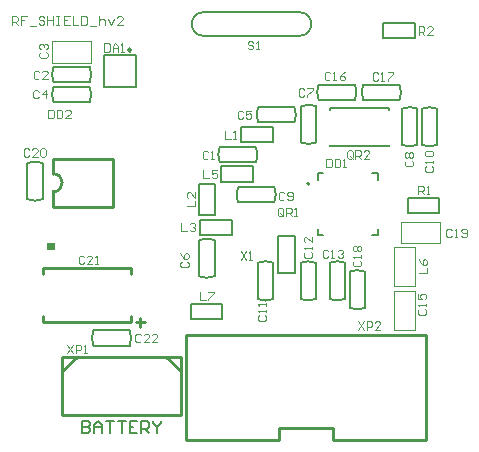
<source format=gto>
G04 Layer_Color=65535*
%FSLAX24Y24*%
%MOIN*%
G70*
G01*
G75*
%ADD10C,0.0079*%
%ADD32C,0.0098*%
%ADD52C,0.0070*%
%ADD53C,0.0100*%
%ADD54C,0.0039*%
G36*
X27752Y34211D02*
X27502D01*
Y34461D01*
X27752D01*
Y34211D01*
D02*
G37*
D10*
X36240Y36427D02*
G03*
X36240Y36427I-39J0D01*
G01*
X35906Y41358D02*
G03*
X35906Y42146I0J394D01*
G01*
X32717D02*
G03*
X32717Y41358I0J-394D01*
G01*
X29409Y39646D02*
X30472D01*
X29409D02*
Y40709D01*
X30472Y39646D02*
Y40709D01*
X29409D02*
X30472D01*
X36929Y38898D02*
Y38937D01*
X38898D01*
Y38898D02*
Y38937D01*
X36929Y37677D02*
Y37717D01*
Y37677D02*
X38898D01*
Y37717D01*
X38317Y36772D02*
X38514D01*
Y36545D02*
Y36772D01*
Y34715D02*
Y34931D01*
X38317Y34715D02*
X38514D01*
X36526Y36772D02*
X36703D01*
X36516D02*
X36526D01*
X36516Y36545D02*
Y36772D01*
Y34715D02*
Y34931D01*
Y34715D02*
X36703D01*
X35207Y34685D02*
X35758D01*
X35207Y33465D02*
X35758D01*
X35207D02*
Y34685D01*
X35758Y33465D02*
Y34685D01*
X32717Y41358D02*
X35906D01*
X32717Y42146D02*
X35906D01*
X28671Y28523D02*
Y28130D01*
X28868D01*
X28934Y28196D01*
Y28261D01*
X28868Y28327D01*
X28671D01*
X28868D01*
X28934Y28392D01*
Y28458D01*
X28868Y28523D01*
X28671D01*
X29065Y28130D02*
Y28392D01*
X29196Y28523D01*
X29327Y28392D01*
Y28130D01*
Y28327D01*
X29065D01*
X29458Y28523D02*
X29721D01*
X29590D01*
Y28130D01*
X29852Y28523D02*
X30114D01*
X29983D01*
Y28130D01*
X30508Y28523D02*
X30246D01*
Y28130D01*
X30508D01*
X30246Y28327D02*
X30377D01*
X30639Y28130D02*
Y28523D01*
X30836D01*
X30902Y28458D01*
Y28327D01*
X30836Y28261D01*
X30639D01*
X30770D02*
X30902Y28130D01*
X31033Y28523D02*
Y28458D01*
X31164Y28327D01*
X31295Y28458D01*
Y28523D01*
X31164Y28327D02*
Y28130D01*
D32*
X30305Y40886D02*
G03*
X30305Y40886I-49J0D01*
G01*
D52*
X38038Y39733D02*
G03*
X38038Y39223I609J-255D01*
G01*
X39245D02*
G03*
X39245Y39733I-608J256D01*
G01*
X27352Y37119D02*
G03*
X26842Y37119I-256J-608D01*
G01*
Y35912D02*
G03*
X27352Y35912I255J609D01*
G01*
X29043Y31545D02*
G03*
X29042Y31035I608J-256D01*
G01*
X30250D02*
G03*
X30249Y31545I-609J255D01*
G01*
X27713Y39654D02*
G03*
X27713Y39144I609J-255D01*
G01*
X28920D02*
G03*
X28920Y39654I-608J256D01*
G01*
X27713Y40324D02*
G03*
X27713Y39813I609J-255D01*
G01*
X28920D02*
G03*
X28920Y40324I-608J256D01*
G01*
X39991Y37723D02*
G03*
X40502Y37723I255J609D01*
G01*
Y38930D02*
G03*
X39991Y38930I-256J-608D01*
G01*
X39841Y38931D02*
G03*
X39331Y38931I-255J-609D01*
G01*
Y37724D02*
G03*
X39841Y37723I256J608D01*
G01*
X36475Y39010D02*
G03*
X35965Y39009I-255J-609D01*
G01*
Y37802D02*
G03*
X36475Y37802I256J608D01*
G01*
X37430Y33793D02*
G03*
X36919Y33793I-255J-609D01*
G01*
Y32586D02*
G03*
X37430Y32585I256J608D01*
G01*
X37580Y32289D02*
G03*
X38090Y32290I255J609D01*
G01*
Y33497D02*
G03*
X37580Y33497I-256J-608D01*
G01*
X34519Y32585D02*
G03*
X35029Y32585I255J609D01*
G01*
Y33792D02*
G03*
X34519Y33793I-256J-608D01*
G01*
X35946Y32585D02*
G03*
X36457Y32585I255J609D01*
G01*
Y33792D02*
G03*
X35946Y33793I-256J-608D01*
G01*
X34462Y37137D02*
G03*
X34462Y37647I-609J255D01*
G01*
X33255D02*
G03*
X33255Y37137I608J-256D01*
G01*
X34534Y38985D02*
G03*
X34534Y38475I609J-255D01*
G01*
X35741D02*
G03*
X35741Y38985I-608J256D01*
G01*
X35073Y35808D02*
G03*
X35072Y36319I-609J255D01*
G01*
X33865D02*
G03*
X33865Y35808I608J-256D01*
G01*
X32570Y33343D02*
G03*
X33081Y33343I255J609D01*
G01*
Y34550D02*
G03*
X32570Y34550I-256J-608D01*
G01*
X37760Y39224D02*
G03*
X37759Y39734I-609J255D01*
G01*
X36552D02*
G03*
X36552Y39224I608J-256D01*
G01*
X38041Y39222D02*
X39242D01*
X38041Y39733D02*
X39241D01*
X26841Y35915D02*
Y37115D01*
X27352Y35915D02*
Y37116D01*
X32283Y31919D02*
Y32431D01*
X33327Y31919D02*
Y32431D01*
X32283Y31919D02*
X33327D01*
X32283Y32431D02*
X33327D01*
X29046Y31034D02*
X30246D01*
X29045Y31545D02*
X30246D01*
X27717Y39144D02*
X28917D01*
X27717Y39655D02*
X28917D01*
X27717Y39813D02*
X28917D01*
X27717Y40324D02*
X28917D01*
X40502Y37726D02*
Y38927D01*
X39991Y37726D02*
Y38926D01*
X39331Y37726D02*
Y38927D01*
X39842Y37727D02*
Y38927D01*
X35965Y37805D02*
Y39006D01*
X36475Y37806D02*
Y39006D01*
X39518Y35453D02*
X40561D01*
X39518Y35965D02*
X40561D01*
X39518Y35453D02*
Y35965D01*
X40561Y35453D02*
Y35965D01*
X36919Y32589D02*
Y33789D01*
X37430Y32589D02*
Y33789D01*
X38091Y32293D02*
Y33494D01*
X37580Y32293D02*
Y33493D01*
X35030Y32589D02*
Y33789D01*
X34519Y32589D02*
Y33789D01*
X36457Y32589D02*
Y33789D01*
X35946Y32589D02*
Y33789D01*
X35020Y37805D02*
Y38317D01*
X33976Y37805D02*
Y38317D01*
X35020D01*
X33976Y37805D02*
X35020D01*
X33258Y37648D02*
X34459D01*
X33259Y37137D02*
X34459D01*
X34537Y38474D02*
X35738D01*
X34537Y38985D02*
X35737D01*
X33868Y36319D02*
X35069D01*
X33869Y35808D02*
X35069D01*
X34350Y36496D02*
Y37008D01*
X33307Y36496D02*
Y37008D01*
X34350D01*
X33307Y36496D02*
X34350D01*
X32569Y36417D02*
X33081D01*
X32569Y35374D02*
X33081D01*
X32569D02*
Y36417D01*
X33081Y35374D02*
Y36417D01*
Y33346D02*
Y34547D01*
X32570Y33347D02*
Y34546D01*
X32608Y34705D02*
Y35217D01*
X33652Y34705D02*
Y35217D01*
X32608Y34705D02*
X33652D01*
X32608Y35217D02*
X33652D01*
X36555Y39734D02*
X37756D01*
X36556Y39223D02*
X37756D01*
X38711Y41791D02*
X39754D01*
X38711Y41280D02*
X39754D01*
Y41791D01*
X38711Y41280D02*
Y41791D01*
D53*
X27702Y36161D02*
G03*
X27702Y36761I0J300D01*
G01*
X28012Y30650D02*
X31949D01*
X28012Y28720D02*
X31949D01*
Y30650D01*
X28012Y28720D02*
Y30650D01*
X31476D02*
X31949Y30177D01*
X28012D02*
X28484Y30650D01*
X30309Y33417D02*
Y33617D01*
X30609Y31667D02*
Y31967D01*
X30459Y31817D02*
X30759D01*
X30309D02*
Y32017D01*
X27359Y33417D02*
Y33617D01*
Y31817D02*
Y32017D01*
Y33617D02*
X30309D01*
X27359Y31817D02*
X30309D01*
X27702Y36761D02*
Y37261D01*
Y35661D02*
X29702D01*
X27702Y37261D02*
X29702D01*
Y35661D02*
Y37261D01*
X27702Y35661D02*
Y36161D01*
X32144Y31394D02*
X40144D01*
X37044Y27894D02*
X40144D01*
X32144D02*
X35244D01*
Y28294D02*
X37044D01*
X40144Y27894D02*
Y31394D01*
X32144Y27894D02*
Y31394D01*
X37044Y27894D02*
Y28294D01*
X35244Y27894D02*
Y28294D01*
D54*
X27648Y40463D02*
Y41171D01*
X28947Y40463D02*
Y41171D01*
X27648D02*
X28947D01*
X27648Y40463D02*
X28947D01*
X40581Y34439D02*
Y35148D01*
X39281Y34439D02*
Y35148D01*
Y34439D02*
X40581D01*
X39281Y35148D02*
X40581D01*
X39059Y34319D02*
X39760D01*
X39059Y33004D02*
X39760D01*
X39059D02*
Y34319D01*
X39760Y33004D02*
Y34319D01*
X39055Y31555D02*
X39764D01*
X39055Y32854D02*
X39764D01*
X39055Y31555D02*
Y32854D01*
X39764Y31555D02*
Y32854D01*
X30627Y31381D02*
X30581Y31427D01*
X30489D01*
X30443Y31381D01*
Y31197D01*
X30489Y31152D01*
X30581D01*
X30627Y31197D01*
X30902Y31152D02*
X30718D01*
X30902Y31335D01*
Y31381D01*
X30856Y31427D01*
X30764D01*
X30718Y31381D01*
X31178Y31152D02*
X30994D01*
X31178Y31335D01*
Y31381D01*
X31132Y31427D01*
X31040D01*
X30994Y31381D01*
X28737Y33989D02*
X28691Y34035D01*
X28599D01*
X28553Y33989D01*
Y33806D01*
X28599Y33760D01*
X28691D01*
X28737Y33806D01*
X29012Y33760D02*
X28829D01*
X29012Y33944D01*
Y33989D01*
X28966Y34035D01*
X28875D01*
X28829Y33989D01*
X29104Y33760D02*
X29196D01*
X29150D01*
Y34035D01*
X29104Y33989D01*
X27545Y38886D02*
Y38611D01*
X27683D01*
X27729Y38656D01*
Y38840D01*
X27683Y38886D01*
X27545D01*
X27821D02*
Y38611D01*
X27958D01*
X28004Y38656D01*
Y38840D01*
X27958Y38886D01*
X27821D01*
X28280Y38611D02*
X28096D01*
X28280Y38794D01*
Y38840D01*
X28234Y38886D01*
X28142D01*
X28096Y38840D01*
X26906Y37562D02*
X26860Y37608D01*
X26768D01*
X26722Y37562D01*
Y37379D01*
X26768Y37333D01*
X26860D01*
X26906Y37379D01*
X27182Y37333D02*
X26998D01*
X27182Y37516D01*
Y37562D01*
X27136Y37608D01*
X27044D01*
X26998Y37562D01*
X27273D02*
X27319Y37608D01*
X27411D01*
X27457Y37562D01*
Y37379D01*
X27411Y37333D01*
X27319D01*
X27273Y37379D01*
Y37562D01*
X32871Y37484D02*
X32825Y37529D01*
X32733D01*
X32687Y37484D01*
Y37300D01*
X32733Y37254D01*
X32825D01*
X32871Y37300D01*
X32963Y37254D02*
X33054D01*
X33008D01*
Y37529D01*
X32963Y37484D01*
X27241Y40151D02*
X27195Y40197D01*
X27103D01*
X27057Y40151D01*
Y39967D01*
X27103Y39921D01*
X27195D01*
X27241Y39967D01*
X27516Y39921D02*
X27333D01*
X27516Y40105D01*
Y40151D01*
X27470Y40197D01*
X27379D01*
X27333Y40151D01*
X27290Y40814D02*
X27244Y40768D01*
Y40676D01*
X27290Y40630D01*
X27474D01*
X27520Y40676D01*
Y40768D01*
X27474Y40814D01*
X27290Y40905D02*
X27244Y40951D01*
Y41043D01*
X27290Y41089D01*
X27336D01*
X27382Y41043D01*
Y40997D01*
Y41043D01*
X27428Y41089D01*
X27474D01*
X27520Y41043D01*
Y40951D01*
X27474Y40905D01*
X27221Y39501D02*
X27175Y39547D01*
X27083D01*
X27037Y39501D01*
Y39318D01*
X27083Y39272D01*
X27175D01*
X27221Y39318D01*
X27451Y39272D02*
Y39547D01*
X27313Y39409D01*
X27497D01*
X34032Y38822D02*
X33986Y38868D01*
X33894D01*
X33848Y38822D01*
Y38638D01*
X33894Y38593D01*
X33986D01*
X34032Y38638D01*
X34308Y38868D02*
X34124D01*
Y38730D01*
X34216Y38776D01*
X34262D01*
X34308Y38730D01*
Y38638D01*
X34262Y38593D01*
X34170D01*
X34124Y38638D01*
X31985Y33835D02*
X31939Y33789D01*
Y33697D01*
X31985Y33652D01*
X32169D01*
X32215Y33697D01*
Y33789D01*
X32169Y33835D01*
X31939Y34111D02*
X31985Y34019D01*
X32077Y33927D01*
X32169D01*
X32215Y33973D01*
Y34065D01*
X32169Y34111D01*
X32123D01*
X32077Y34065D01*
Y33927D01*
X36079Y39560D02*
X36033Y39606D01*
X35942D01*
X35896Y39560D01*
Y39377D01*
X35942Y39331D01*
X36033D01*
X36079Y39377D01*
X36171Y39606D02*
X36355D01*
Y39560D01*
X36171Y39377D01*
Y39331D01*
X39465Y37201D02*
X39419Y37155D01*
Y37064D01*
X39465Y37018D01*
X39649D01*
X39695Y37064D01*
Y37155D01*
X39649Y37201D01*
X39465Y37293D02*
X39419Y37339D01*
Y37431D01*
X39465Y37477D01*
X39511D01*
X39557Y37431D01*
X39603Y37477D01*
X39649D01*
X39695Y37431D01*
Y37339D01*
X39649Y37293D01*
X39603D01*
X39557Y37339D01*
X39511Y37293D01*
X39465D01*
X39557Y37339D02*
Y37431D01*
X35410Y36106D02*
X35364Y36151D01*
X35272D01*
X35226Y36106D01*
Y35922D01*
X35272Y35876D01*
X35364D01*
X35410Y35922D01*
X35502D02*
X35548Y35876D01*
X35640D01*
X35686Y35922D01*
Y36106D01*
X35640Y36151D01*
X35548D01*
X35502Y36106D01*
Y36060D01*
X35548Y36014D01*
X35686D01*
X40144Y37014D02*
X40099Y36968D01*
Y36877D01*
X40144Y36831D01*
X40328D01*
X40374Y36877D01*
Y36968D01*
X40328Y37014D01*
X40374Y37106D02*
Y37198D01*
Y37152D01*
X40099D01*
X40144Y37106D01*
Y37336D02*
X40099Y37382D01*
Y37474D01*
X40144Y37519D01*
X40328D01*
X40374Y37474D01*
Y37382D01*
X40328Y37336D01*
X40144D01*
X34564Y32044D02*
X34518Y31998D01*
Y31906D01*
X34564Y31860D01*
X34747D01*
X34793Y31906D01*
Y31998D01*
X34747Y32044D01*
X34793Y32136D02*
Y32228D01*
Y32182D01*
X34518D01*
X34564Y32136D01*
X34793Y32365D02*
Y32457D01*
Y32411D01*
X34518D01*
X34564Y32365D01*
X36099Y34150D02*
X36053Y34104D01*
Y34012D01*
X36099Y33967D01*
X36283D01*
X36329Y34012D01*
Y34104D01*
X36283Y34150D01*
X36329Y34242D02*
Y34334D01*
Y34288D01*
X36053D01*
X36099Y34242D01*
X36329Y34655D02*
Y34472D01*
X36145Y34655D01*
X36099D01*
X36053Y34609D01*
Y34518D01*
X36099Y34472D01*
X36867Y34186D02*
X36821Y34232D01*
X36729D01*
X36683Y34186D01*
Y34003D01*
X36729Y33957D01*
X36821D01*
X36867Y34003D01*
X36959Y33957D02*
X37050D01*
X37004D01*
Y34232D01*
X36959Y34186D01*
X37188D02*
X37234Y34232D01*
X37326D01*
X37372Y34186D01*
Y34140D01*
X37326Y34094D01*
X37280D01*
X37326D01*
X37372Y34049D01*
Y34003D01*
X37326Y33957D01*
X37234D01*
X37188Y34003D01*
X39898Y32251D02*
X39852Y32205D01*
Y32113D01*
X39898Y32067D01*
X40082D01*
X40128Y32113D01*
Y32205D01*
X40082Y32251D01*
X40128Y32342D02*
Y32434D01*
Y32388D01*
X39852D01*
X39898Y32342D01*
X39852Y32756D02*
Y32572D01*
X39990D01*
X39944Y32664D01*
Y32710D01*
X39990Y32756D01*
X40082D01*
X40128Y32710D01*
Y32618D01*
X40082Y32572D01*
X36936Y40102D02*
X36890Y40148D01*
X36798D01*
X36752Y40102D01*
Y39918D01*
X36798Y39872D01*
X36890D01*
X36936Y39918D01*
X37027Y39872D02*
X37119D01*
X37073D01*
Y40148D01*
X37027Y40102D01*
X37441Y40148D02*
X37349Y40102D01*
X37257Y40010D01*
Y39918D01*
X37303Y39872D01*
X37395D01*
X37441Y39918D01*
Y39964D01*
X37395Y40010D01*
X37257D01*
X38530Y40092D02*
X38484Y40138D01*
X38392D01*
X38346Y40092D01*
Y39908D01*
X38392Y39862D01*
X38484D01*
X38530Y39908D01*
X38622Y39862D02*
X38714D01*
X38668D01*
Y40138D01*
X38622Y40092D01*
X38852Y40138D02*
X39035D01*
Y40092D01*
X38852Y39908D01*
Y39862D01*
X37743Y33855D02*
X37697Y33809D01*
Y33717D01*
X37743Y33671D01*
X37927D01*
X37972Y33717D01*
Y33809D01*
X37927Y33855D01*
X37972Y33947D02*
Y34039D01*
Y33993D01*
X37697D01*
X37743Y33947D01*
Y34176D02*
X37697Y34222D01*
Y34314D01*
X37743Y34360D01*
X37789D01*
X37835Y34314D01*
X37881Y34360D01*
X37927D01*
X37972Y34314D01*
Y34222D01*
X37927Y34176D01*
X37881D01*
X37835Y34222D01*
X37789Y34176D01*
X37743D01*
X37835Y34222D02*
Y34314D01*
X40991Y34885D02*
X40945Y34931D01*
X40853D01*
X40807Y34885D01*
Y34701D01*
X40853Y34656D01*
X40945D01*
X40991Y34701D01*
X41083Y34656D02*
X41174D01*
X41129D01*
Y34931D01*
X41083Y34885D01*
X41312Y34701D02*
X41358Y34656D01*
X41450D01*
X41496Y34701D01*
Y34885D01*
X41450Y34931D01*
X41358D01*
X41312Y34885D01*
Y34839D01*
X41358Y34793D01*
X41496D01*
X29409Y41102D02*
Y40827D01*
X29547D01*
X29593Y40873D01*
Y41056D01*
X29547Y41102D01*
X29409D01*
X29685Y40827D02*
Y41010D01*
X29777Y41102D01*
X29869Y41010D01*
Y40827D01*
Y40965D01*
X29685D01*
X29960Y40827D02*
X30052D01*
X30006D01*
Y41102D01*
X29960Y41056D01*
X36811Y37254D02*
Y36978D01*
X36949D01*
X36995Y37024D01*
Y37208D01*
X36949Y37254D01*
X36811D01*
X37087D02*
Y36978D01*
X37224D01*
X37270Y37024D01*
Y37208D01*
X37224Y37254D01*
X37087D01*
X37362Y36978D02*
X37454D01*
X37408D01*
Y37254D01*
X37362Y37208D01*
X33435Y38199D02*
Y37923D01*
X33619D01*
X33711D02*
X33802D01*
X33756D01*
Y38199D01*
X33711Y38153D01*
X32156Y35679D02*
X32431D01*
Y35863D01*
Y36138D02*
Y35955D01*
X32247Y36138D01*
X32202D01*
X32156Y36092D01*
Y36001D01*
X32202Y35955D01*
X31978Y35118D02*
Y34843D01*
X32162D01*
X32254Y35072D02*
X32300Y35118D01*
X32392D01*
X32438Y35072D01*
Y35026D01*
X32392Y34980D01*
X32346D01*
X32392D01*
X32438Y34934D01*
Y34888D01*
X32392Y34843D01*
X32300D01*
X32254Y34888D01*
X32707Y36890D02*
Y36614D01*
X32890D01*
X33166Y36890D02*
X32982D01*
Y36752D01*
X33074Y36798D01*
X33120D01*
X33166Y36752D01*
Y36660D01*
X33120Y36614D01*
X33028D01*
X32982Y36660D01*
X39882Y33445D02*
X40157D01*
Y33629D01*
X39882Y33904D02*
X39928Y33812D01*
X40020Y33720D01*
X40112D01*
X40157Y33766D01*
Y33858D01*
X40112Y33904D01*
X40066D01*
X40020Y33858D01*
Y33720D01*
X32598Y32815D02*
Y32539D01*
X32782D01*
X32874Y32815D02*
X33058D01*
Y32769D01*
X32874Y32585D01*
Y32539D01*
X35371Y35400D02*
Y35584D01*
X35325Y35630D01*
X35233D01*
X35187Y35584D01*
Y35400D01*
X35233Y35354D01*
X35325D01*
X35279Y35446D02*
X35371Y35354D01*
X35325D02*
X35371Y35400D01*
X35463Y35354D02*
Y35630D01*
X35600D01*
X35646Y35584D01*
Y35492D01*
X35600Y35446D01*
X35463D01*
X35554D02*
X35646Y35354D01*
X35738D02*
X35830D01*
X35784D01*
Y35630D01*
X35738Y35584D01*
X37684Y37310D02*
Y37493D01*
X37638Y37539D01*
X37546D01*
X37500Y37493D01*
Y37310D01*
X37546Y37264D01*
X37638D01*
X37592Y37356D02*
X37684Y37264D01*
X37638D02*
X37684Y37310D01*
X37775Y37264D02*
Y37539D01*
X37913D01*
X37959Y37493D01*
Y37402D01*
X37913Y37356D01*
X37775D01*
X37867D02*
X37959Y37264D01*
X38235D02*
X38051D01*
X38235Y37447D01*
Y37493D01*
X38189Y37539D01*
X38097D01*
X38051Y37493D01*
X39872Y36083D02*
Y36358D01*
X40010D01*
X40056Y36312D01*
Y36220D01*
X40010Y36175D01*
X39872D01*
X39964D02*
X40056Y36083D01*
X40148D02*
X40239D01*
X40193D01*
Y36358D01*
X40148Y36312D01*
X33947Y34173D02*
X34131Y33898D01*
Y34173D02*
X33947Y33898D01*
X34222D02*
X34314D01*
X34268D01*
Y34173D01*
X34222Y34127D01*
X28179Y31053D02*
X28363Y30778D01*
Y31053D02*
X28179Y30778D01*
X28455D02*
Y31053D01*
X28592D01*
X28638Y31007D01*
Y30915D01*
X28592Y30869D01*
X28455D01*
X28730Y30778D02*
X28822D01*
X28776D01*
Y31053D01*
X28730Y31007D01*
X37874Y31840D02*
X38058Y31565D01*
Y31840D02*
X37874Y31565D01*
X38150D02*
Y31840D01*
X38287D01*
X38333Y31795D01*
Y31703D01*
X38287Y31657D01*
X38150D01*
X38609Y31565D02*
X38425D01*
X38609Y31749D01*
Y31795D01*
X38563Y31840D01*
X38471D01*
X38425Y31795D01*
X39892Y41398D02*
Y41673D01*
X40029D01*
X40075Y41627D01*
Y41535D01*
X40029Y41489D01*
X39892D01*
X39984D02*
X40075Y41398D01*
X40351D02*
X40167D01*
X40351Y41581D01*
Y41627D01*
X40305Y41673D01*
X40213D01*
X40167Y41627D01*
X34377Y41135D02*
X34331Y41181D01*
X34239D01*
X34193Y41135D01*
Y41089D01*
X34239Y41043D01*
X34331D01*
X34377Y40997D01*
Y40951D01*
X34331Y40906D01*
X34239D01*
X34193Y40951D01*
X34468Y40906D02*
X34560D01*
X34514D01*
Y41181D01*
X34468Y41135D01*
X26329Y41722D02*
Y42018D01*
X26476D01*
X26526Y41968D01*
Y41870D01*
X26476Y41821D01*
X26329D01*
X26427D02*
X26526Y41722D01*
X26821Y42018D02*
X26624D01*
Y41870D01*
X26722D01*
X26624D01*
Y41722D01*
X26919Y41673D02*
X27116D01*
X27411Y41968D02*
X27362Y42018D01*
X27263D01*
X27214Y41968D01*
Y41919D01*
X27263Y41870D01*
X27362D01*
X27411Y41821D01*
Y41772D01*
X27362Y41722D01*
X27263D01*
X27214Y41772D01*
X27509Y42018D02*
Y41722D01*
Y41870D01*
X27706D01*
Y42018D01*
Y41722D01*
X27805Y42018D02*
X27903D01*
X27854D01*
Y41722D01*
X27805D01*
X27903D01*
X28247Y42018D02*
X28051D01*
Y41722D01*
X28247D01*
X28051Y41870D02*
X28149D01*
X28346Y42018D02*
Y41722D01*
X28543D01*
X28641Y42018D02*
Y41722D01*
X28789D01*
X28838Y41772D01*
Y41968D01*
X28789Y42018D01*
X28641D01*
X28936Y41673D02*
X29133D01*
X29231Y42018D02*
Y41722D01*
Y41870D01*
X29281Y41919D01*
X29379D01*
X29428Y41870D01*
Y41722D01*
X29527Y41919D02*
X29625Y41722D01*
X29723Y41919D01*
X30018Y41722D02*
X29822D01*
X30018Y41919D01*
Y41968D01*
X29969Y42018D01*
X29871D01*
X29822Y41968D01*
M02*

</source>
